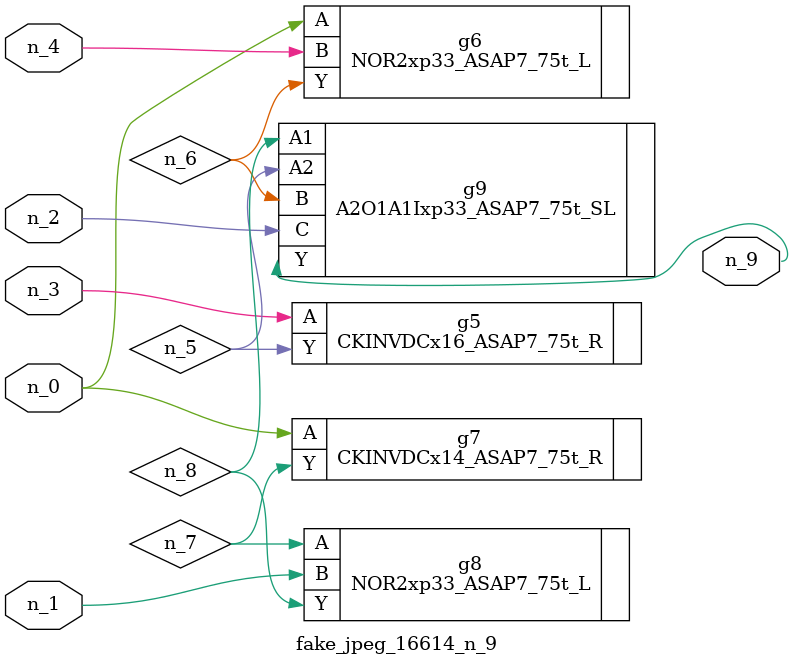
<source format=v>
module fake_jpeg_16614_n_9 (n_3, n_2, n_1, n_0, n_4, n_9);

input n_3;
input n_2;
input n_1;
input n_0;
input n_4;

output n_9;

wire n_8;
wire n_6;
wire n_5;
wire n_7;

CKINVDCx16_ASAP7_75t_R g5 ( 
.A(n_3),
.Y(n_5)
);

NOR2xp33_ASAP7_75t_L g6 ( 
.A(n_0),
.B(n_4),
.Y(n_6)
);

CKINVDCx14_ASAP7_75t_R g7 ( 
.A(n_0),
.Y(n_7)
);

NOR2xp33_ASAP7_75t_L g8 ( 
.A(n_7),
.B(n_1),
.Y(n_8)
);

A2O1A1Ixp33_ASAP7_75t_SL g9 ( 
.A1(n_8),
.A2(n_5),
.B(n_6),
.C(n_2),
.Y(n_9)
);


endmodule
</source>
